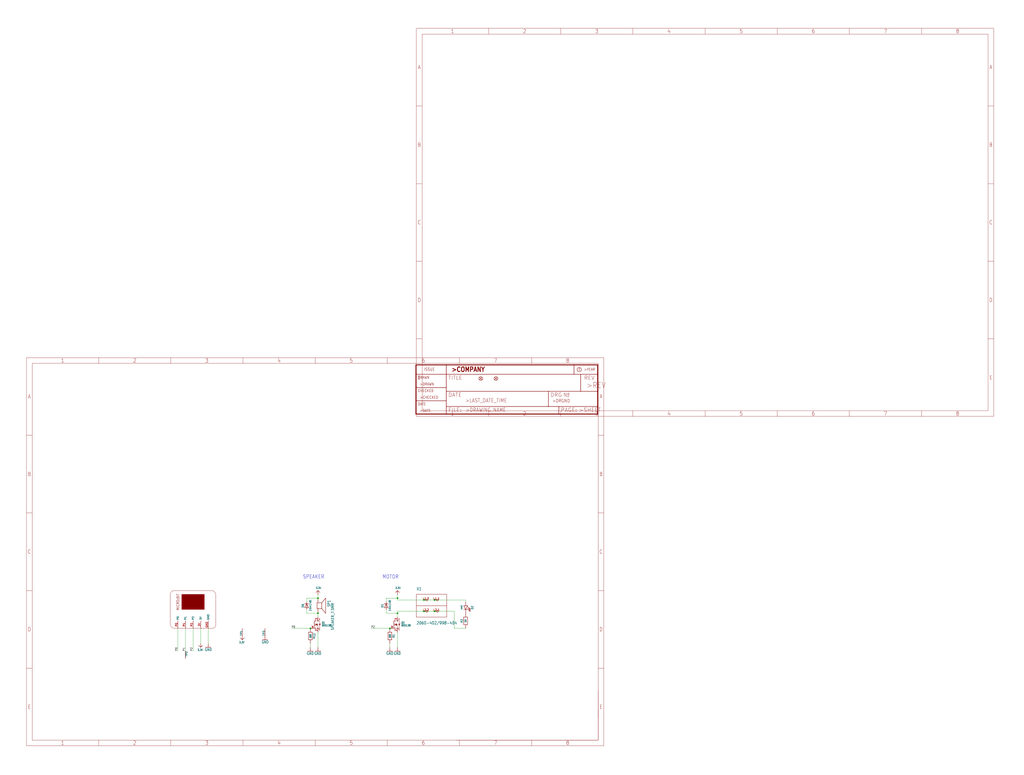
<source format=kicad_sch>
(kicad_sch (version 20211123) (generator eeschema)
  (paper "User" 687.07 520.141)
  (lib_symbols
    (symbol "eagleSchem-eagle-import:2060-402{slash}998-404"
      (property "Reference" "X" (at -10.16 10.16 0))
      (property "Value" "2060-402{slash}998-404" (at -10.16 -12.7 0))
      (symbol "2060-402{slash}998-404_1_0"
        (polyline (pts (xy -10.16 -7.62) (xy 10.16 -7.62)) (stroke (width 0.2)))
        (polyline (pts (xy -10.16 0) (xy -10.16 -7.62)) (stroke (width 0.2)))
        (polyline (pts (xy -10.16 0) (xy -10.16 7.62)) (stroke (width 0.2)))
        (polyline (pts (xy -10.16 7.62) (xy 10.16 7.62)) (stroke (width 0.2)))
        (polyline (pts (xy 10.16 -7.62) (xy 10.16 0)) (stroke (width 0.2)))
        (polyline (pts (xy 10.16 0) (xy -10.16 0)) (stroke (width 0.2)))
        (polyline (pts (xy 10.16 7.62) (xy 10.16 0)) (stroke (width 0.2)))
        (pin bidirectional inverted (at 2.032 3.81 0) (length 2.54) (name "P1.1") (number "L1.1"))
        (pin bidirectional inverted (at -5.08 3.81 0) (length 2.54) (name "P1.2") (number "L1.2"))
        (pin bidirectional inverted (at 2.032 -3.81 0) (length 2.54) (name "P2.1") (number "L2.1"))
        (pin bidirectional inverted (at -5.08 -3.81 0) (length 2.54) (name "P2.2") (number "L2.2"))
      )
    )
    (symbol "eagleSchem-eagle-import:3.3V" (power)
      (property "Value" "3.3V" (at -1.524 1.016 0))
      (symbol "3.3V_1_0"
        (polyline (pts (xy -1.27 -1.27) (xy 0 0)) (stroke (width 0.254)))
        (polyline (pts (xy 0 0) (xy 1.27 -1.27)) (stroke (width 0.254)))
        (pin power_in line (at 0 -2.54 90) (length 2.54) (name "3.3V") (number "1"))
      )
    )
    (symbol "eagleSchem-eagle-import:DIODESOD-323"
      (property "Reference" "D" (at 0 2.54 0))
      (property "Value" "DIODESOD-323" (at 0 -2.5 0))
      (symbol "DIODESOD-323_1_0"
        (polyline (pts (xy -1.27 -1.27) (xy 1.27 0)) (stroke (width 0.254)))
        (polyline (pts (xy -1.27 1.27) (xy -1.27 -1.27)) (stroke (width 0.254)))
        (polyline (pts (xy 1.27 0) (xy -1.27 1.27)) (stroke (width 0.254)))
        (polyline (pts (xy 1.27 0) (xy 1.27 -1.27)) (stroke (width 0.254)))
        (polyline (pts (xy 1.27 1.27) (xy 1.27 0)) (stroke (width 0.254)))
        (pin passive line (at -2.54 0 0) (length 2.54) (name "A") (number "A"))
        (pin passive line (at 2.54 0 180) (length 2.54) (name "C") (number "C"))
      )
    )
    (symbol "eagleSchem-eagle-import:FIDUCIAL_1MM"
      (symbol "FIDUCIAL_1MM_1_0"
        (polyline (pts (xy -0.762 0.762) (xy 0.762 -0.762)) (stroke (width 0.254)))
        (polyline (pts (xy 0.762 0.762) (xy -0.762 -0.762)) (stroke (width 0.254)))
        (circle (center 0 0) (radius 1.27) (stroke (width 0.254)))
      )
    )
    (symbol "eagleSchem-eagle-import:FRAME_A3"
      (symbol "FRAME_A3_0_0"
        (polyline (pts (xy 0 52.07) (xy 3.81 52.07)))
        (polyline (pts (xy 0 104.14) (xy 3.81 104.14)))
        (polyline (pts (xy 0 156.21) (xy 3.81 156.21)))
        (polyline (pts (xy 0 208.28) (xy 3.81 208.28)))
        (polyline (pts (xy 3.81 3.81) (xy 3.81 256.54)))
        (polyline (pts (xy 48.4188 0) (xy 48.4188 3.81)))
        (polyline (pts (xy 48.4188 256.54) (xy 48.4188 260.35)))
        (polyline (pts (xy 96.8375 0) (xy 96.8375 3.81)))
        (polyline (pts (xy 96.8375 256.54) (xy 96.8375 260.35)))
        (polyline (pts (xy 145.2563 0) (xy 145.2563 3.81)))
        (polyline (pts (xy 145.2563 256.54) (xy 145.2563 260.35)))
        (polyline (pts (xy 193.675 0) (xy 193.675 3.81)))
        (polyline (pts (xy 193.675 256.54) (xy 193.675 260.35)))
        (polyline (pts (xy 242.0938 0) (xy 242.0938 3.81)))
        (polyline (pts (xy 242.0938 256.54) (xy 242.0938 260.35)))
        (polyline (pts (xy 290.5125 0) (xy 290.5125 3.81)))
        (polyline (pts (xy 290.5125 256.54) (xy 290.5125 260.35)))
        (polyline (pts (xy 338.9313 0) (xy 338.9313 3.81)))
        (polyline (pts (xy 338.9313 256.54) (xy 338.9313 260.35)))
        (polyline (pts (xy 383.54 3.81) (xy 3.81 3.81)))
        (polyline (pts (xy 383.54 3.81) (xy 383.54 256.54)))
        (polyline (pts (xy 383.54 52.07) (xy 387.35 52.07)))
        (polyline (pts (xy 383.54 104.14) (xy 387.35 104.14)))
        (polyline (pts (xy 383.54 156.21) (xy 387.35 156.21)))
        (polyline (pts (xy 383.54 208.28) (xy 387.35 208.28)))
        (polyline (pts (xy 383.54 256.54) (xy 3.81 256.54)))
        (polyline (pts (xy 0 0) (xy 387.35 0) (xy 387.35 260.35) (xy 0 260.35) (xy 0 0)))
        (text "1" (at 24.2094 1.905 0) (effects (font (size 2.54 2.286))))
        (text "1" (at 24.2094 258.445 0) (effects (font (size 2.54 2.286))))
        (text "2" (at 72.6281 1.905 0) (effects (font (size 2.54 2.286))))
        (text "2" (at 72.6281 258.445 0) (effects (font (size 2.54 2.286))))
        (text "3" (at 121.0469 1.905 0) (effects (font (size 2.54 2.286))))
        (text "3" (at 121.0469 258.445 0) (effects (font (size 2.54 2.286))))
        (text "4" (at 169.4656 1.905 0) (effects (font (size 2.54 2.286))))
        (text "4" (at 169.4656 258.445 0) (effects (font (size 2.54 2.286))))
        (text "5" (at 217.8844 1.905 0) (effects (font (size 2.54 2.286))))
        (text "5" (at 217.8844 258.445 0) (effects (font (size 2.54 2.286))))
        (text "6" (at 266.3031 1.905 0) (effects (font (size 2.54 2.286))))
        (text "6" (at 266.3031 258.445 0) (effects (font (size 2.54 2.286))))
        (text "7" (at 314.7219 1.905 0) (effects (font (size 2.54 2.286))))
        (text "7" (at 314.7219 258.445 0) (effects (font (size 2.54 2.286))))
        (text "8" (at 363.1406 1.905 0) (effects (font (size 2.54 2.286))))
        (text "8" (at 363.1406 258.445 0) (effects (font (size 2.54 2.286))))
        (text "A" (at 1.905 234.315 0) (effects (font (size 2.54 2.286))))
        (text "A" (at 385.445 234.315 0) (effects (font (size 2.54 2.286))))
        (text "B" (at 1.905 182.245 0) (effects (font (size 2.54 2.286))))
        (text "B" (at 385.445 182.245 0) (effects (font (size 2.54 2.286))))
        (text "C" (at 1.905 130.175 0) (effects (font (size 2.54 2.286))))
        (text "C" (at 385.445 130.175 0) (effects (font (size 2.54 2.286))))
        (text "D" (at 1.905 78.105 0) (effects (font (size 2.54 2.286))))
        (text "D" (at 385.445 78.105 0) (effects (font (size 2.54 2.286))))
        (text "E" (at 1.905 26.035 0) (effects (font (size 2.54 2.286))))
        (text "E" (at 385.445 26.035 0) (effects (font (size 2.54 2.286))))
      )
      (symbol "FRAME_A3_1_0"
        (polyline (pts (xy 288.29 3.81) (xy 383.54 3.81)) (stroke (width 0.1016)))
        (polyline (pts (xy 383.54 3.81) (xy 383.54 8.89)) (stroke (width 0.1016)))
        (polyline (pts (xy 383.54 8.89) (xy 383.54 13.97)) (stroke (width 0.1016)))
        (polyline (pts (xy 383.54 13.97) (xy 383.54 19.05)) (stroke (width 0.1016)))
        (polyline (pts (xy 383.54 19.05) (xy 383.54 24.13)) (stroke (width 0.1016)))
        (polyline (pts (xy 383.54 19.05) (xy 383.54 36.83)) (stroke (width 0.1016)))
      )
      (symbol "FRAME_A3_2_0"
        (polyline (pts (xy 1.27 -6.35) (xy 1.27 0)) (stroke (width 0.1016)))
        (polyline (pts (xy 1.27 0) (xy 82.55 0)) (stroke (width 0.1016)))
        (polyline (pts (xy 82.55 -6.35) (xy 1.27 -6.35)) (stroke (width 0.1016)))
        (polyline (pts (xy 82.55 0) (xy 82.55 -6.35)) (stroke (width 0.1016)))
        (text "PART OR WHOLE IS STRICTLY PROHIBITED WITHOUT WRITTEN PERMISSION!" (at 3.81 -5.08 0) (effects (font (size 1.27 1.0795)) (justify left bottom)))
        (text "PROPRIETARY" (at 3.81 -10.16 0) (effects (font (size 2.54 2.159) (thickness 0.4318) bold) (justify left bottom)))
        (text "THIS DRAWING CONTAINS CONFIDENTIAL INFORMATION. ANY REPRODUCTION IN" (at 3.81 -2.794 0) (effects (font (size 1.27 1.0795)) (justify left bottom)))
      )
      (symbol "FRAME_A3_3_0"
        (polyline (pts (xy -0.3048 1.5748) (xy 20.0152 1.5748)) (stroke (width 0.6096)))
        (polyline (pts (xy -0.3048 10.4648) (xy -0.3048 1.5748)) (stroke (width 0.6096)))
        (polyline (pts (xy -0.3048 10.4648) (xy 20.0152 10.4648)) (stroke (width 0.3048)))
        (polyline (pts (xy -0.3048 19.3548) (xy -0.3048 10.4648)) (stroke (width 0.6096)))
        (polyline (pts (xy -0.3048 19.3548) (xy 20.0152 19.3548)) (stroke (width 0.3048)))
        (polyline (pts (xy -0.3048 28.2448) (xy -0.3048 19.3548)) (stroke (width 0.6096)))
        (polyline (pts (xy -0.3048 28.2448) (xy 20.0152 28.2448)) (stroke (width 0.3048)))
        (polyline (pts (xy -0.3048 34.5948) (xy -0.3048 28.2448)) (stroke (width 0.6096)))
        (polyline (pts (xy 20.0152 1.5748) (xy 20.0152 6.6548)) (stroke (width 0.3048)))
        (polyline (pts (xy 20.0152 1.5748) (xy 95.5802 1.5748)) (stroke (width 0.6096)))
        (polyline (pts (xy 20.0152 6.6548) (xy 20.0152 10.4648)) (stroke (width 0.3048)))
        (polyline (pts (xy 20.0152 6.6548) (xy 88.5952 6.6548)) (stroke (width 0.3048)))
        (polyline (pts (xy 20.0152 10.4648) (xy 20.0152 16.8148)) (stroke (width 0.3048)))
        (polyline (pts (xy 20.0152 16.8148) (xy 20.0152 19.3548)) (stroke (width 0.3048)))
        (polyline (pts (xy 20.0152 19.3548) (xy 20.0152 28.2448)) (stroke (width 0.3048)))
        (polyline (pts (xy 20.0152 28.2448) (xy 20.0152 34.5948)) (stroke (width 0.3048)))
        (polyline (pts (xy 20.0152 28.2448) (xy 105.7402 28.2448)) (stroke (width 0.3048)))
        (polyline (pts (xy 20.0152 34.5948) (xy -0.3048 34.5948)) (stroke (width 0.6096)))
        (polyline (pts (xy 88.5952 6.6548) (xy 95.5802 6.6548)) (stroke (width 0.3048)))
        (polyline (pts (xy 88.5952 16.8148) (xy 20.0152 16.8148)) (stroke (width 0.3048)))
        (polyline (pts (xy 88.5952 16.8148) (xy 88.5952 6.6548)) (stroke (width 0.3048)))
        (polyline (pts (xy 95.5802 1.5748) (xy 121.6152 1.5748)) (stroke (width 0.6096)))
        (polyline (pts (xy 95.5802 6.6548) (xy 95.5802 1.5748)) (stroke (width 0.3048)))
        (polyline (pts (xy 95.5802 6.6548) (xy 121.6152 6.6548)) (stroke (width 0.3048)))
        (polyline (pts (xy 101.2952 13.3223) (xy 102.2477 13.3223)) (stroke (width 0.254)))
        (polyline (pts (xy 105.7402 28.2448) (xy 105.7402 34.5948)) (stroke (width 0.3048)))
        (polyline (pts (xy 105.7402 28.2448) (xy 110.1852 28.2448)) (stroke (width 0.3048)))
        (polyline (pts (xy 105.7402 34.5948) (xy 20.0152 34.5948)) (stroke (width 0.6096)))
        (polyline (pts (xy 110.1852 16.8148) (xy 88.5952 16.8148)) (stroke (width 0.3048)))
        (polyline (pts (xy 110.1852 28.2448) (xy 110.1852 16.8148)) (stroke (width 0.3048)))
        (polyline (pts (xy 110.1852 28.2448) (xy 121.6152 28.2448)) (stroke (width 0.3048)))
        (polyline (pts (xy 121.6152 6.6548) (xy 121.6152 1.5748)) (stroke (width 0.6096)))
        (polyline (pts (xy 121.6152 16.8148) (xy 110.1852 16.8148)) (stroke (width 0.3048)))
        (polyline (pts (xy 121.6152 16.8148) (xy 121.6152 6.6548)) (stroke (width 0.6096)))
        (polyline (pts (xy 121.6152 28.2448) (xy 121.6152 16.8148)) (stroke (width 0.6096)))
        (polyline (pts (xy 121.6152 34.5948) (xy 105.7402 34.5948)) (stroke (width 0.6096)))
        (polyline (pts (xy 121.6152 34.5948) (xy 121.6152 28.2448)) (stroke (width 0.6096)))
        (circle (center 109.2327 31.4198) (radius 1.4199) (stroke (width 0.254)))
        (text ">CHECKED" (at 2.2352 11.7348 0) (effects (font (size 1.778 1.5113)) (justify left bottom)))
        (text ">COMPANY" (at 23.349 29.6735 0) (effects (font (size 3.175 2.6987) (thickness 0.5397) bold) (justify left bottom)))
        (text ">DATE" (at 2.2352 2.8448 0) (effects (font (size 1.778 1.5113)) (justify left bottom)))
        (text ">DRAWING_NAME" (at 33.0327 2.8448 0) (effects (font (size 2.54 2.159)) (justify left bottom)))
        (text ">DRAWN" (at 2.2352 20.6248 0) (effects (font (size 1.778 1.5113)) (justify left bottom)))
        (text ">DRGNO" (at 91.1352 9.1948 0) (effects (font (size 2.1844 1.8567)) (justify left bottom)))
        (text ">LAST_DATE_TIME" (at 32.7152 9.1948 0) (effects (font (size 2.54 2.159)) (justify left bottom)))
        (text ">REV" (at 113.9952 18.7198 0) (effects (font (size 3.81 3.2385)) (justify left bottom)))
        (text ">SHEET" (at 108.9152 2.8448 0) (effects (font (size 2.54 2.54)) (justify left bottom)))
        (text ">YEAR" (at 112.4077 30.4673 0) (effects (font (size 1.778 1.5113)) (justify left bottom)))
        (text "C" (at 108.7564 30.7848 0) (effects (font (size 1.27 1.0795)) (justify left bottom)))
        (text "CHECKED" (at 0.9652 16.1798 0) (effects (font (size 1.778 1.5113)) (justify left bottom)))
        (text "DATE" (at 0.9652 7.2898 0) (effects (font (size 1.778 1.5113)) (justify left bottom)))
        (text "DATE" (at 21.2852 13.0048 0) (effects (font (size 2.54 2.54)) (justify left bottom)))
        (text "DRAWN" (at 0.9652 25.0698 0) (effects (font (size 1.778 1.5113)) (justify left bottom)))
        (text "DRG" (at 89.8652 13.0048 0) (effects (font (size 2.54 2.54)) (justify left bottom)))
        (text "FILE:" (at 21.2852 2.8448 0) (effects (font (size 2.54 2.54)) (justify left bottom)))
        (text "ISSUE" (at 5.0927 30.4673 0) (effects (font (size 1.9304 1.6408)) (justify left bottom)))
        (text "N" (at 98.4377 13.0048 0) (effects (font (size 2.54 2.54)) (justify left bottom)))
        (text "o" (at 100.9777 13.9573 0) (effects (font (size 2.1844 1.8567)) (justify left bottom)))
        (text "PAGE:" (at 96.8502 2.8448 0) (effects (font (size 2.54 2.54)) (justify left bottom)))
        (text "REV" (at 112.4077 24.4348 0) (effects (font (size 2.54 2.54)) (justify left bottom)))
        (text "TITLE" (at 21.2852 24.4348 0) (effects (font (size 2.54 2.54)) (justify left bottom)))
      )
    )
    (symbol "eagleSchem-eagle-import:GND" (power)
      (property "Value" "GND" (at -2.54 -2.54 0))
      (symbol "GND_1_0"
        (polyline (pts (xy -1.905 0) (xy 1.905 0)) (stroke (width 0.254)))
        (pin power_in line (at 0 2.54 270) (length 2.54) (name "GND") (number "1"))
      )
    )
    (symbol "eagleSchem-eagle-import:LED0805_NOOUTLINE"
      (property "Reference" "D" (at -1.27 4.445 0))
      (property "Value" "LED0805_NOOUTLINE" (at -1.27 -2.794 0))
      (symbol "LED0805_NOOUTLINE_1_0"
        (polyline (pts (xy -2.54 -1.27) (xy 0 0)) (stroke (width 0.254)))
        (polyline (pts (xy -2.54 1.27) (xy -2.54 -1.27)) (stroke (width 0.254)))
        (polyline (pts (xy -1.905 1.27) (xy -0.635 2.54)) (stroke (width 0.254)))
        (polyline (pts (xy -0.9525 2.8575) (xy -0.3175 2.2225)) (stroke (width 0.254)))
        (polyline (pts (xy -0.635 1.27) (xy 0.635 2.54)) (stroke (width 0.254)))
        (polyline (pts (xy -0.3175 2.2225) (xy 0 3.175)) (stroke (width 0.254)))
        (polyline (pts (xy 0 0) (xy -2.54 1.27)) (stroke (width 0.254)))
        (polyline (pts (xy 0 0) (xy 0 -1.27)) (stroke (width 0.254)))
        (polyline (pts (xy 0 1.27) (xy 0 0)) (stroke (width 0.254)))
        (polyline (pts (xy 0 3.175) (xy -0.9525 2.8575)) (stroke (width 0.254)))
        (polyline (pts (xy 0.3175 2.8575) (xy 0.9525 2.2225)) (stroke (width 0.254)))
        (polyline (pts (xy 0.9525 2.2225) (xy 1.27 3.175)) (stroke (width 0.254)))
        (polyline (pts (xy 1.27 3.175) (xy 0.3175 2.8575)) (stroke (width 0.254)))
        (pin passive line (at -5.08 0 0) (length 2.54) (name "A") (number "A"))
        (pin passive line (at 2.54 0 180) (length 2.54) (name "C") (number "C"))
      )
    )
    (symbol "eagleSchem-eagle-import:MICROBIT_5PIN"
      (symbol "MICROBIT_5PIN_1_0"
        (arc (start -15.24 -9.7) (mid -14.3613 -11.8213) (end -12.24 -12.7) (stroke (width 0.1524)))
        (arc (start -12.7 12.7) (mid -14.4961 11.9561) (end -15.24 10.16) (stroke (width 0.1524)))
        (rectangle (start -7.62 0) (end 7.62 10.16) (fill (type outline)))
        (polyline (pts (xy -15.24 -9.7) (xy -15.24 10.16)) (stroke (width 0.1524)))
        (polyline (pts (xy -12.7 12.7) (xy 12.24 12.7)) (stroke (width 0.1524)))
        (polyline (pts (xy 12.7 -12.7) (xy -12.24 -12.7)) (stroke (width 0.1524)))
        (polyline (pts (xy 15.24 9.7) (xy 15.24 -10.16)) (stroke (width 0.1524)))
        (arc (start 12.7 -12.7) (mid 14.4961 -11.9561) (end 15.24 -10.16) (stroke (width 0.1524)))
        (arc (start 15.24 9.7) (mid 14.3613 11.8213) (end 12.24 12.7) (stroke (width 0.1524)))
        (text "MICRO:BIT" (at -10.16 5.08 900) (effects (font (size 1.778 1.5113))))
        (pin power_in line (at 5.08 -12.7 90) (length 5.08) (name "3V") (number "3V"))
        (pin power_in line (at 10.16 -12.7 90) (length 5.08) (name "GND") (number "GND"))
        (pin bidirectional line (at -10.16 -12.7 90) (length 5.08) (name "P0") (number "P0"))
        (pin bidirectional line (at -5.08 -12.7 90) (length 5.08) (name "P1") (number "P1"))
        (pin bidirectional line (at 0 -12.7 90) (length 5.08) (name "P2") (number "P2"))
      )
    )
    (symbol "eagleSchem-eagle-import:MOSFET-NWIDE"
      (property "Reference" "Q" (at 5.08 0.635 0))
      (property "Value" "MOSFET-NWIDE" (at 5.08 -1.27 0))
      (symbol "MOSFET-NWIDE_1_0"
        (polyline (pts (xy 0 2.54) (xy 0 -2.54)) (stroke (width 0.254)))
        (polyline (pts (xy 0.762 -2.54) (xy 0.762 -3.175)) (stroke (width 0.254)))
        (polyline (pts (xy 0.762 -1.905) (xy 0.762 -2.54)) (stroke (width 0.254)))
        (polyline (pts (xy 0.762 0) (xy 0.762 -0.762)) (stroke (width 0.254)))
        (polyline (pts (xy 0.762 0) (xy 2.54 0)) (stroke (width 0.1524)))
        (polyline (pts (xy 0.762 0.762) (xy 0.762 0)) (stroke (width 0.254)))
        (polyline (pts (xy 0.762 2.54) (xy 0.762 1.905)) (stroke (width 0.254)))
        (polyline (pts (xy 0.762 2.54) (xy 3.81 2.54)) (stroke (width 0.1524)))
        (polyline (pts (xy 0.762 3.175) (xy 0.762 2.54)) (stroke (width 0.254)))
        (polyline (pts (xy 2.54 -2.54) (xy 0.762 -2.54)) (stroke (width 0.1524)))
        (polyline (pts (xy 2.54 -2.54) (xy 3.81 -2.54)) (stroke (width 0.1524)))
        (polyline (pts (xy 2.54 0) (xy 2.54 -2.54)) (stroke (width 0.1524)))
        (polyline (pts (xy 3.302 0.508) (xy 3.048 0.254)) (stroke (width 0.1524)))
        (polyline (pts (xy 3.81 0.508) (xy 3.302 0.508)) (stroke (width 0.1524)))
        (polyline (pts (xy 3.81 0.508) (xy 3.81 -2.54)) (stroke (width 0.1524)))
        (polyline (pts (xy 3.81 2.54) (xy 3.81 0.508)) (stroke (width 0.1524)))
        (polyline (pts (xy 4.318 0.508) (xy 3.81 0.508)) (stroke (width 0.1524)))
        (polyline (pts (xy 4.572 0.762) (xy 4.318 0.508)) (stroke (width 0.1524)))
        (polyline (pts (xy 1.016 0) (xy 2.032 0.762) (xy 2.032 -0.762)) (fill (type outline)))
        (polyline (pts (xy 3.81 0.508) (xy 3.302 -0.254) (xy 4.318 -0.254)) (fill (type outline)))
        (circle (center 2.54 -2.54) (radius 0.3592))
        (circle (center 2.54 2.54) (radius 0.3592))
        (text "D" (at 3.175 3.175 0) (effects (font (size 0.8128 0.6908)) (justify left bottom)))
        (text "G" (at -1.27 -1.905 0) (effects (font (size 0.8128 0.6908)) (justify left bottom)))
        (text "S" (at 3.175 -3.81 0) (effects (font (size 0.8128 0.6908)) (justify left bottom)))
        (pin bidirectional line (at -2.54 -2.54 0) (length 2.54) (name "G") (number "1"))
        (pin bidirectional line (at 2.54 -5.08 90) (length 2.54) (name "S") (number "2"))
        (pin bidirectional line (at 2.54 5.08 270) (length 2.54) (name "D") (number "3"))
      )
    )
    (symbol "eagleSchem-eagle-import:RESISTOR_0603_NOOUT"
      (property "Reference" "R" (at 0 2.54 0))
      (property "Value" "RESISTOR_0603_NOOUT" (at 0 0 0))
      (symbol "RESISTOR_0603_NOOUT_1_0"
        (polyline (pts (xy -2.54 -1.27) (xy -2.54 1.27)) (stroke (width 0.254)))
        (polyline (pts (xy -2.54 1.27) (xy 2.54 1.27)) (stroke (width 0.254)))
        (polyline (pts (xy 2.54 -1.27) (xy -2.54 -1.27)) (stroke (width 0.254)))
        (polyline (pts (xy 2.54 1.27) (xy 2.54 -1.27)) (stroke (width 0.254)))
        (pin passive line (at -5.08 0 0) (length 2.54) (name "1") (number "1"))
        (pin passive line (at 5.08 0 180) (length 2.54) (name "2") (number "2"))
      )
    )
    (symbol "eagleSchem-eagle-import:SEWTAPPCB_ALLIGATOR"
      (property "Reference" "TP" (at 0 0 0))
      (symbol "SEWTAPPCB_ALLIGATOR_1_0"
        (pin bidirectional line (at 0 0 0) (length 5.08) (name "SEW") (number "P$1"))
      )
    )
    (symbol "eagleSchem-eagle-import:SPEAKER_7.5MM"
      (property "Reference" "SP" (at -3.81 6.35 0))
      (property "Value" "SPEAKER_7.5MM" (at -3.81 -3.175 0))
      (symbol "SPEAKER_7.5MM_1_0"
        (polyline (pts (xy -2.54 0) (xy -1.905 0)) (stroke (width 0.1524)))
        (polyline (pts (xy -1.905 -0.635) (xy -1.905 0)) (stroke (width 0.254)))
        (polyline (pts (xy -1.905 -0.635) (xy 1.905 -0.635)) (stroke (width 0.254)))
        (polyline (pts (xy -1.905 0) (xy -1.905 2.54)) (stroke (width 0.254)))
        (polyline (pts (xy -1.905 2.54) (xy -5.08 5.08)) (stroke (width 0.254)))
        (polyline (pts (xy 1.905 -0.635) (xy 1.905 0)) (stroke (width 0.254)))
        (polyline (pts (xy 1.905 0) (xy 1.905 2.54)) (stroke (width 0.254)))
        (polyline (pts (xy 1.905 2.54) (xy -1.905 2.54)) (stroke (width 0.254)))
        (polyline (pts (xy 1.905 2.54) (xy 5.08 5.08)) (stroke (width 0.254)))
        (polyline (pts (xy 2.54 0) (xy 1.905 0)) (stroke (width 0.1524)))
        (polyline (pts (xy 5.08 5.08) (xy -5.08 5.08)) (stroke (width 0.254)))
        (pin passive line (at -5.08 0 0) (length 2.54) (name "+") (number "+"))
        (pin passive line (at 5.08 0 180) (length 2.54) (name "-") (number "-"))
      )
    )
  )
  (junction (at 213.36 401.32))
  (junction (at 266.7 401.32))
  (junction (at 284.48 402.59))
  (junction (at 291.592 410.21))
  (junction (at 284.48 410.21))
  (junction (at 291.592 402.59))
  (junction (at 208.28 421.64))
  (junction (at 266.7 411.48))
  (junction (at 213.36 411.48))
  (junction (at 261.62 421.64))
  (wire (pts (xy 129.54 436.88) (xy 129.54 421.64)))
  (wire (pts (xy 208.28 434.34) (xy 208.28 431.8)))
  (wire (pts (xy 266.7 398.78) (xy 266.7 401.32)))
  (wire (pts (xy 266.7 410.21) (xy 266.7 411.48)))
  (wire (pts (xy 205.74 408.94) (xy 205.74 411.48)))
  (wire (pts (xy 291.592 402.59) (xy 312.42 402.59)))
  (wire (pts (xy 139.7 431.8) (xy 139.7 421.64)))
  (wire (pts (xy 261.62 434.34) (xy 261.62 431.8)))
  (wire (pts (xy 205.74 411.48) (xy 213.36 411.48)))
  (wire (pts (xy 119.38 421.64) (xy 119.38 436.88)))
  (wire (pts (xy 284.48 402.59) (xy 266.7 402.59)))
  (wire (pts (xy 213.36 414.02) (xy 213.36 411.48)))
  (wire (pts (xy 312.42 402.59) (xy 312.42 403.86)))
  (wire (pts (xy 213.36 398.78) (xy 213.36 401.32)))
  (wire (pts (xy 124.46 421.64) (xy 124.46 436.88)))
  (wire (pts (xy 213.36 401.32) (xy 205.74 401.32)))
  (wire (pts (xy 208.28 421.64) (xy 195.58 421.64)))
  (wire (pts (xy 205.74 401.32) (xy 205.74 403.86)))
  (wire (pts (xy 266.7 414.02) (xy 266.7 411.48)))
  (wire (pts (xy 284.48 410.21) (xy 291.592 410.21)))
  (wire (pts (xy 261.62 421.64) (xy 248.92 421.64)))
  (wire (pts (xy 266.7 424.18) (xy 266.7 434.34)))
  (wire (pts (xy 284.48 402.59) (xy 291.592 402.59)))
  (wire (pts (xy 213.36 424.18) (xy 213.36 434.34)))
  (wire (pts (xy 266.7 402.59) (xy 266.7 401.32)))
  (wire (pts (xy 259.08 408.94) (xy 259.08 411.48)))
  (wire (pts (xy 266.7 401.32) (xy 259.08 401.32)))
  (wire (pts (xy 134.62 431.8) (xy 134.62 421.64)))
  (wire (pts (xy 259.08 411.48) (xy 266.7 411.48)))
  (wire (pts (xy 259.08 401.32) (xy 259.08 403.86)))
  (wire (pts (xy 291.592 410.21) (xy 304.8 410.21)))
  (wire (pts (xy 304.8 410.21) (xy 304.8 421.64)))
  (wire (pts (xy 284.48 410.21) (xy 266.7 410.21)))
  (wire (pts (xy 312.42 421.64) (xy 304.8 421.64)))
  (text "SPEAKER" (at 203.2 388.62 180) (effects (font (size 2.54 2.159)) (justify left bottom)))
  (text "MOTOR" (at 256.54 388.62 180) (effects (font (size 2.54 2.159)) (justify left bottom)))
  (label "P0" (at 119.38 436.88 90) (effects (font (size 1.2446 1.2446))))
  (label "P2" (at 129.54 436.88 90) (effects (font (size 1.2446 1.2446))))
  (label "P1" (at 124.46 436.88 90) (effects (font (size 1.2446 1.2446))))
  (label "P2" (at 248.92 421.64 0) (effects (font (size 1.2446 1.2446))))
  (label "P0" (at 195.58 421.64 0) (effects (font (size 1.2446 1.2446))))
  (symbol (lib_id "eagleSchem-eagle-import:MICROBIT_5PIN") (at 129.54 408.94 0) (unit 1)
    (property "Reference" "MB2" (effects hide))
    (property "Value" "MICROBIT_5PIN" (effects hide))
    (property "Footprint" "eagleSchem:MICROBIT_5SMTNUT" (effects hide))
  )
  (symbol (lib_id "eagleSchem-eagle-import:SEWTAPPCB_ALLIGATOR") (at 124.46 436.88 270) (unit 1)
    (property "Reference" "TP2" (at 124.46 436.88 0) (effects (justify left bottom)))
    (property "Value" "SEWTAPPCB_ALLIGATOR" (effects hide))
    (property "Footprint" "eagleSchem:PCB_ALLI" (effects hide))
  )
  (symbol (lib_id "eagleSchem-eagle-import:SPEAKER_7.5MM") (at 213.36 406.4 270) (unit 1)
    (property "Reference" "SP1" (at 219.71 402.59 0) (effects (font (size 1.778 1.5113)) (justify left bottom)))
    (property "Value" "SPEAKER_7.5MM" (at 224.155 422.91 0) (effects (font (size 1.778 1.5113)) (justify right top)))
    (property "Footprint" "eagleSchem:BUZZER_SMT_7.5MM" (effects hide))
  )
  (symbol (lib_id "eagleSchem-eagle-import:SEWTAPPCB_ALLIGATOR") (at 162.56 426.72 90) (unit 1)
    (property "Reference" "TP1" (at 162.56 426.72 0) (effects (justify left bottom)))
    (property "Value" "SEWTAPPCB_ALLIGATOR" (effects hide))
    (property "Footprint" "eagleSchem:PCB_ALLI" (effects hide))
  )
  (symbol (lib_id "eagleSchem-eagle-import:GND") (at 213.36 436.88 0) (unit 1)
    (property "Reference" "#GND13" (effects hide))
    (property "Value" "GND" (at 210.82 439.42 0) (effects (font (size 1.778 1.5113)) (justify left bottom)))
    (property "Footprint" "eagleSchem:" (effects hide))
  )
  (symbol (lib_id "eagleSchem-eagle-import:RESISTOR_0603_NOOUT") (at 312.42 416.56 90) (unit 1)
    (property "Reference" "R2" (at 309.88 416.56 0))
    (property "Value" "1K" (at 312.42 416.56 0) (effects (font (size 1.016 1.016) bold)))
    (property "Footprint" "eagleSchem:0603-NO" (effects hide))
  )
  (symbol (lib_id "eagleSchem-eagle-import:2060-402{slash}998-404") (at 289.56 406.4 0) (unit 1)
    (property "Reference" "X1" (at 279.4 396.24 0) (effects (font (size 2 1.7)) (justify left bottom)))
    (property "Value" "2060-402{slash}998-404" (at 279.4 419.1 0) (effects (font (size 2 1.7)) (justify left bottom)))
    (property "Footprint" "eagleSchem:P-2060-402_998-404" (effects hide))
  )
  (symbol (lib_id "eagleSchem-eagle-import:GND") (at 177.8 429.26 0) (mirror y) (unit 1)
    (property "Reference" "#GND4" (effects hide))
    (property "Value" "GND" (at 180.34 431.8 0) (effects (font (size 1.778 1.5113)) (justify left bottom)))
    (property "Footprint" "eagleSchem:" (effects hide))
  )
  (symbol (lib_id "eagleSchem-eagle-import:RESISTOR_0603_NOOUT") (at 208.28 426.72 270) (unit 1)
    (property "Reference" "R12" (at 210.82 426.72 0))
    (property "Value" "10K" (at 208.28 426.72 0) (effects (font (size 1.016 1.016) bold)))
    (property "Footprint" "eagleSchem:0603-NO" (effects hide))
  )
  (symbol (lib_id "eagleSchem-eagle-import:LED0805_NOOUTLINE") (at 312.42 408.94 270) (unit 1)
    (property "Reference" "D2" (at 316.865 407.67 0))
    (property "Value" "red" (at 309.626 407.67 0))
    (property "Footprint" "eagleSchem:CHIPLED_0805_NOOUTLINE" (effects hide))
  )
  (symbol (lib_id "eagleSchem-eagle-import:FRAME_A3") (at 17.78 500.38 0) (unit 1)
    (property "Reference" "#FRAME1" (effects hide))
    (property "Value" "FRAME_A3" (effects hide))
    (property "Footprint" "eagleSchem:" (effects hide))
  )
  (symbol (lib_id "eagleSchem-eagle-import:FRAME_A3") (at 279.4 279.4 0) (unit 3)
    (property "Reference" "#FRAME1" (effects hide))
    (property "Value" "FRAME_A3" (effects hide))
    (property "Footprint" "eagleSchem:" (effects hide))
  )
  (symbol (lib_id "eagleSchem-eagle-import:FIDUCIAL_1MM") (at 332.74 254 0) (unit 1)
    (property "Reference" "FID2" (effects hide))
    (property "Value" "FIDUCIAL_1MM" (effects hide))
    (property "Footprint" "eagleSchem:FIDUCIAL_1MM" (effects hide))
  )
  (symbol (lib_id "eagleSchem-eagle-import:GND") (at 139.7 434.34 0) (mirror y) (unit 1)
    (property "Reference" "#GND1" (effects hide))
    (property "Value" "GND" (at 142.24 436.88 0) (effects (font (size 1.778 1.5113)) (justify left bottom)))
    (property "Footprint" "eagleSchem:" (effects hide))
  )
  (symbol (lib_id "eagleSchem-eagle-import:MOSFET-NWIDE") (at 264.16 419.1 0) (unit 1)
    (property "Reference" "Q2" (at 269.24 418.465 0) (effects (font (size 1.27 1.0795)) (justify left bottom)))
    (property "Value" "BSS138" (at 269.24 420.37 0) (effects (font (size 1.27 1.0795)) (justify left bottom)))
    (property "Footprint" "eagleSchem:SOT23-WIDE" (effects hide))
  )
  (symbol (lib_id "eagleSchem-eagle-import:SEWTAPPCB_ALLIGATOR") (at 177.8 426.72 90) (unit 1)
    (property "Reference" "TP3" (at 177.8 426.72 0) (effects (justify left bottom)))
    (property "Value" "SEWTAPPCB_ALLIGATOR" (effects hide))
    (property "Footprint" "eagleSchem:PCB_ALLI" (effects hide))
  )
  (symbol (lib_id "eagleSchem-eagle-import:DIODESOD-323") (at 205.74 406.4 90) (unit 1)
    (property "Reference" "D6" (at 203.2 406.4 0))
    (property "Value" "1N4148" (at 208.24 406.4 0))
    (property "Footprint" "eagleSchem:SOD-323" (effects hide))
  )
  (symbol (lib_id "eagleSchem-eagle-import:RESISTOR_0603_NOOUT") (at 261.62 426.72 270) (unit 1)
    (property "Reference" "R1" (at 264.16 426.72 0))
    (property "Value" "10K" (at 261.62 426.72 0) (effects (font (size 1.016 1.016) bold)))
    (property "Footprint" "eagleSchem:0603-NO" (effects hide))
  )
  (symbol (lib_id "eagleSchem-eagle-import:GND") (at 261.62 436.88 0) (unit 1)
    (property "Reference" "#GND3" (effects hide))
    (property "Value" "GND" (at 259.08 439.42 0) (effects (font (size 1.778 1.5113)) (justify left bottom)))
    (property "Footprint" "eagleSchem:" (effects hide))
  )
  (symbol (lib_id "eagleSchem-eagle-import:GND") (at 266.7 436.88 0) (unit 1)
    (property "Reference" "#GND2" (effects hide))
    (property "Value" "GND" (at 264.16 439.42 0) (effects (font (size 1.778 1.5113)) (justify left bottom)))
    (property "Footprint" "eagleSchem:" (effects hide))
  )
  (symbol (lib_id "eagleSchem-eagle-import:3.3V") (at 213.36 396.24 0) (unit 1)
    (property "Reference" "#U$17" (effects hide))
    (property "Value" "3.3V" (at 211.836 395.224 0) (effects (font (size 1.27 1.0795)) (justify left bottom)))
    (property "Footprint" "eagleSchem:" (effects hide))
  )
  (symbol (lib_id "eagleSchem-eagle-import:MOSFET-NWIDE") (at 210.82 419.1 0) (unit 1)
    (property "Reference" "Q1" (at 215.9 418.465 0) (effects (font (size 1.27 1.0795)) (justify left bottom)))
    (property "Value" "BSS138" (at 215.9 420.37 0) (effects (font (size 1.27 1.0795)) (justify left bottom)))
    (property "Footprint" "eagleSchem:SOT23-WIDE" (effects hide))
  )
  (symbol (lib_id "eagleSchem-eagle-import:3.3V") (at 266.7 396.24 0) (unit 1)
    (property "Reference" "#U$2" (effects hide))
    (property "Value" "3.3V" (at 265.176 395.224 0) (effects (font (size 1.27 1.0795)) (justify left bottom)))
    (property "Footprint" "eagleSchem:" (effects hide))
  )
  (symbol (lib_id "eagleSchem-eagle-import:GND") (at 208.28 436.88 0) (unit 1)
    (property "Reference" "#GND14" (effects hide))
    (property "Value" "GND" (at 205.74 439.42 0) (effects (font (size 1.778 1.5113)) (justify left bottom)))
    (property "Footprint" "eagleSchem:" (effects hide))
  )
  (symbol (lib_id "eagleSchem-eagle-import:3.3V") (at 162.56 429.26 180) (unit 1)
    (property "Reference" "#U$3" (effects hide))
    (property "Value" "3.3V" (at 164.084 430.276 0) (effects (font (size 1.27 1.0795)) (justify left bottom)))
    (property "Footprint" "eagleSchem:" (effects hide))
  )
  (symbol (lib_id "eagleSchem-eagle-import:3.3V") (at 134.62 434.34 180) (unit 1)
    (property "Reference" "#U$1" (effects hide))
    (property "Value" "3.3V" (at 136.144 435.356 0) (effects (font (size 1.27 1.0795)) (justify left bottom)))
    (property "Footprint" "eagleSchem:" (effects hide))
  )
  (symbol (lib_id "eagleSchem-eagle-import:DIODESOD-323") (at 259.08 406.4 90) (unit 1)
    (property "Reference" "D1" (at 256.54 406.4 0))
    (property "Value" "1N4148" (at 261.58 406.4 0))
    (property "Footprint" "eagleSchem:SOD-323" (effects hide))
  )
  (symbol (lib_id "eagleSchem-eagle-import:FIDUCIAL_1MM") (at 322.58 254 0) (unit 1)
    (property "Reference" "FID1" (effects hide))
    (property "Value" "FIDUCIAL_1MM" (effects hide))
    (property "Footprint" "eagleSchem:FIDUCIAL_1MM" (effects hide))
  )
)
</source>
